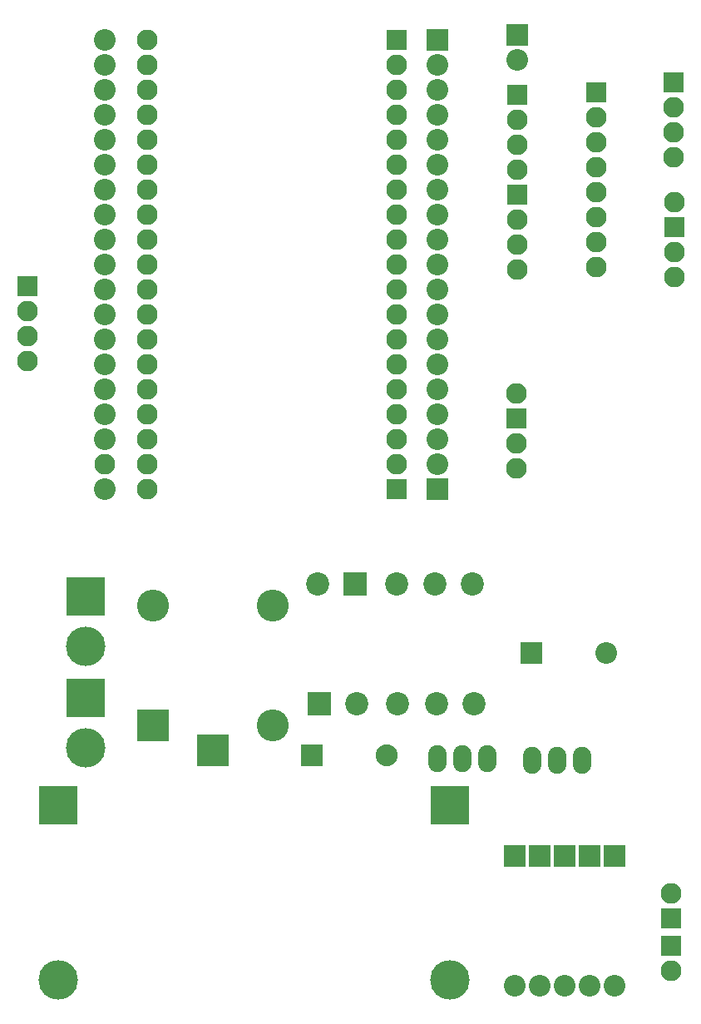
<source format=gts>
G04*
G04 #@! TF.GenerationSoftware,Altium Limited,Altium Designer,21.3.2 (30)*
G04*
G04 Layer_Color=8388736*
%FSTAX24Y24*%
%MOIN*%
G70*
G04*
G04 #@! TF.SameCoordinates,F68F6C76-AA82-476B-A51A-8D37A50AFAF4*
G04*
G04*
G04 #@! TF.FilePolarity,Negative*
G04*
G01*
G75*
%ADD17R,0.0830X0.0830*%
%ADD18C,0.0830*%
%ADD19C,0.1580*%
%ADD20R,0.1580X0.1580*%
%ADD21R,0.0880X0.0880*%
%ADD22C,0.0880*%
%ADD23C,0.1280*%
%ADD24R,0.1280X0.1280*%
%ADD25R,0.1580X0.1580*%
%ADD26R,0.0930X0.0930*%
%ADD27C,0.0930*%
%ADD28R,0.0830X0.0830*%
%ADD29C,0.0871*%
%ADD30R,0.0871X0.0871*%
%ADD31R,0.0871X0.0871*%
%ADD32O,0.0740X0.1080*%
D17*
X0158Y0214D02*
D03*
Y0394D02*
D03*
D18*
Y0224D02*
D03*
Y0234D02*
D03*
Y0244D02*
D03*
Y0254D02*
D03*
Y0264D02*
D03*
Y0274D02*
D03*
Y0284D02*
D03*
Y0294D02*
D03*
Y0304D02*
D03*
Y0314D02*
D03*
Y0324D02*
D03*
Y0334D02*
D03*
Y0344D02*
D03*
Y0354D02*
D03*
Y0364D02*
D03*
Y0374D02*
D03*
Y0384D02*
D03*
X0058Y0394D02*
D03*
Y0384D02*
D03*
Y0374D02*
D03*
Y0364D02*
D03*
Y0354D02*
D03*
Y0344D02*
D03*
Y0334D02*
D03*
Y0324D02*
D03*
Y0314D02*
D03*
Y0304D02*
D03*
Y0294D02*
D03*
Y0284D02*
D03*
Y0274D02*
D03*
Y0264D02*
D03*
Y0254D02*
D03*
Y0244D02*
D03*
Y0234D02*
D03*
Y0224D02*
D03*
Y0214D02*
D03*
X02695Y0299D02*
D03*
Y0309D02*
D03*
Y0329D02*
D03*
X0041Y0224D02*
D03*
X0238Y0363D02*
D03*
Y0353D02*
D03*
Y0343D02*
D03*
Y0333D02*
D03*
Y0323D02*
D03*
Y0313D02*
D03*
Y0303D02*
D03*
X02065Y0302D02*
D03*
Y0312D02*
D03*
Y0322D02*
D03*
Y0342D02*
D03*
Y0352D02*
D03*
Y0362D02*
D03*
X0268Y0021D02*
D03*
Y0052D02*
D03*
X0206Y02225D02*
D03*
Y02325D02*
D03*
Y02525D02*
D03*
X0269Y0367D02*
D03*
Y0357D02*
D03*
Y0347D02*
D03*
X001Y02855D02*
D03*
Y02755D02*
D03*
Y02655D02*
D03*
D19*
X00225Y00175D02*
D03*
X01795D02*
D03*
X00335Y0151D02*
D03*
Y01105D02*
D03*
D20*
X00225Y00875D02*
D03*
X01795D02*
D03*
D21*
X0124Y01075D02*
D03*
D22*
X0154D02*
D03*
D23*
X01085Y01195D02*
D03*
X00605Y01675D02*
D03*
X01085D02*
D03*
D24*
X00845Y01095D02*
D03*
X00605Y01195D02*
D03*
D25*
X00335Y0171D02*
D03*
Y01305D02*
D03*
D26*
X0127Y0128D02*
D03*
X01415Y0176D02*
D03*
D27*
X01265D02*
D03*
X01585Y0128D02*
D03*
X0158Y0176D02*
D03*
X01735D02*
D03*
X0174Y0128D02*
D03*
X0142D02*
D03*
X01885Y0176D02*
D03*
X0189Y0128D02*
D03*
D28*
X02695Y0319D02*
D03*
X0238Y0373D02*
D03*
X02065Y0332D02*
D03*
Y0372D02*
D03*
X0268Y0031D02*
D03*
Y0042D02*
D03*
X0206Y02425D02*
D03*
X0269Y0377D02*
D03*
X001Y02955D02*
D03*
D29*
X0041Y0214D02*
D03*
Y0234D02*
D03*
Y0244D02*
D03*
Y0254D02*
D03*
Y0264D02*
D03*
Y0274D02*
D03*
Y0284D02*
D03*
Y0294D02*
D03*
Y0304D02*
D03*
Y0314D02*
D03*
Y0324D02*
D03*
Y0334D02*
D03*
Y0344D02*
D03*
Y0354D02*
D03*
Y0364D02*
D03*
Y0374D02*
D03*
Y0384D02*
D03*
Y0394D02*
D03*
X02055Y0015D02*
D03*
X02155D02*
D03*
X02255D02*
D03*
X02355D02*
D03*
X02455D02*
D03*
X01745Y0384D02*
D03*
Y0374D02*
D03*
Y0364D02*
D03*
Y0354D02*
D03*
Y0344D02*
D03*
Y0334D02*
D03*
Y0324D02*
D03*
Y0314D02*
D03*
Y0304D02*
D03*
Y0294D02*
D03*
Y0284D02*
D03*
Y0274D02*
D03*
Y0264D02*
D03*
Y0254D02*
D03*
Y0244D02*
D03*
Y0234D02*
D03*
Y0224D02*
D03*
X02065Y0386D02*
D03*
X0242Y01485D02*
D03*
D30*
X02455Y0067D02*
D03*
X02355D02*
D03*
X02255D02*
D03*
X02155D02*
D03*
X02055D02*
D03*
X0212Y014845D02*
D03*
D31*
X01745Y0394D02*
D03*
Y0214D02*
D03*
X02065Y0396D02*
D03*
D32*
X02125Y01055D02*
D03*
X02225D02*
D03*
X02325D02*
D03*
X01745Y0106D02*
D03*
X01845D02*
D03*
X01945D02*
D03*
M02*

</source>
